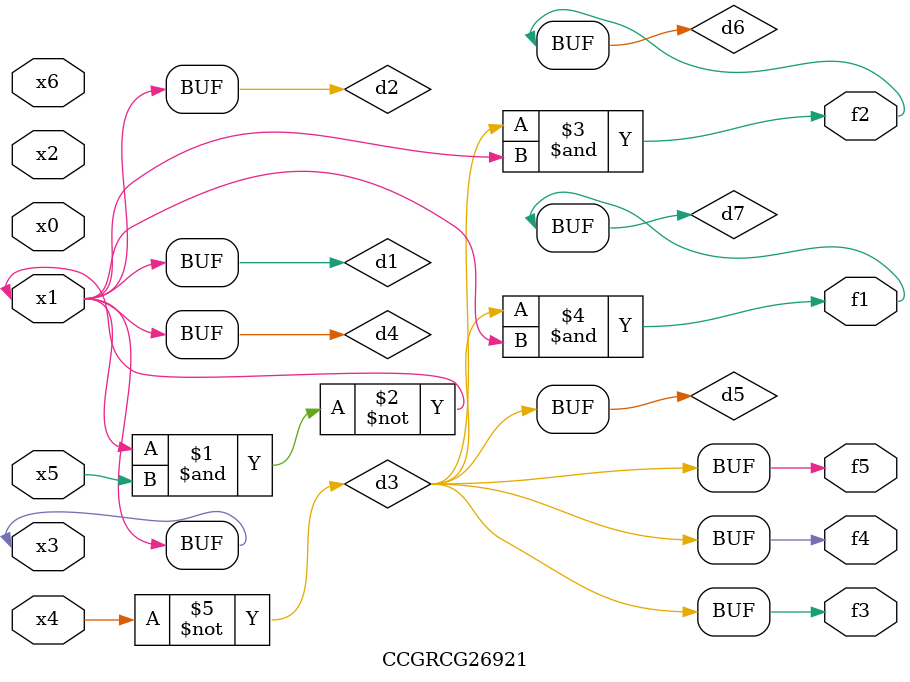
<source format=v>
module CCGRCG26921(
	input x0, x1, x2, x3, x4, x5, x6,
	output f1, f2, f3, f4, f5
);

	wire d1, d2, d3, d4, d5, d6, d7;

	buf (d1, x1, x3);
	nand (d2, x1, x5);
	not (d3, x4);
	buf (d4, d1, d2);
	buf (d5, d3);
	and (d6, d3, d4);
	and (d7, d3, d4);
	assign f1 = d7;
	assign f2 = d6;
	assign f3 = d5;
	assign f4 = d5;
	assign f5 = d5;
endmodule

</source>
